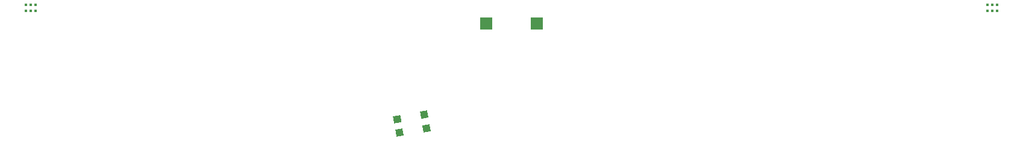
<source format=gbp>
G04*
G04 #@! TF.GenerationSoftware,Altium Limited,Altium Designer,20.2.3 (150)*
G04*
G04 Layer_Color=128*
%FSLAX25Y25*%
%MOIN*%
G70*
G04*
G04 #@! TF.SameCoordinates,1A6DCC39-EBF3-408F-891E-A4E00116EB29*
G04*
G04*
G04 #@! TF.FilePolarity,Positive*
G04*
G01*
G75*
%ADD63R,0.01772X0.01772*%
%ADD64R,0.01575X0.01772*%
%ADD65P,0.05568X4X144.5*%
%ADD66R,0.06890X0.07087*%
G36*
X-63515Y14238D02*
X-59582Y14897D01*
X-60159Y18349D01*
X-64093Y17690D01*
X-63515Y14238D01*
D02*
G37*
G36*
X-64753Y21635D02*
X-60820Y22294D01*
X-61397Y25746D01*
X-65331Y25087D01*
X-64753Y21635D01*
D02*
G37*
G36*
X-48703Y16717D02*
X-44776Y17374D01*
X-45354Y20826D01*
X-49281Y20169D01*
X-48703Y16717D01*
D02*
G37*
G36*
X-49752Y24146D02*
X-46014Y24771D01*
X-46591Y28223D01*
X-50330Y27598D01*
X-49752Y24146D01*
D02*
G37*
D63*
X-263284Y83693D02*
D03*
X-268599D02*
D03*
Y87039D02*
D03*
X-263284D02*
D03*
X268598Y83693D02*
D03*
X263283D02*
D03*
Y87039D02*
D03*
X268598D02*
D03*
D64*
X-265941Y83693D02*
D03*
Y87039D02*
D03*
X265941Y83693D02*
D03*
Y87039D02*
D03*
D65*
X-61937Y16327D02*
D03*
X-63178Y23743D02*
D03*
X-46948Y18835D02*
D03*
X-48189Y26252D02*
D03*
D66*
X-14075Y76767D02*
D03*
X14075D02*
D03*
M02*

</source>
